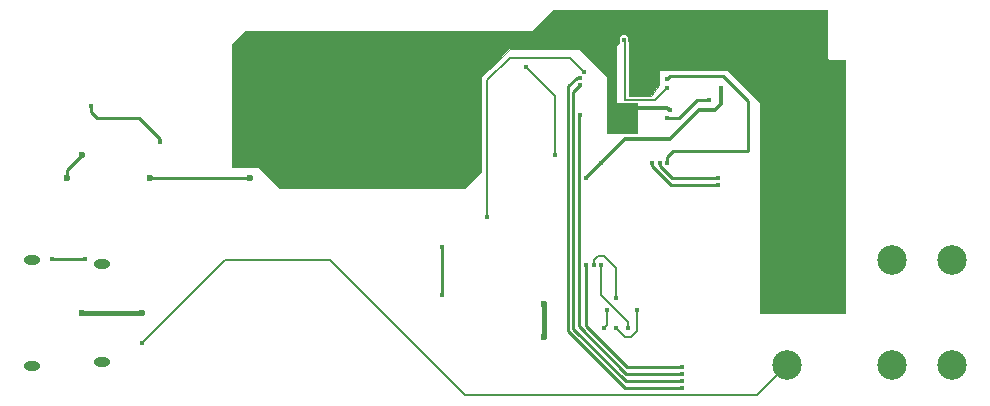
<source format=gbr>
G04 #@! TF.GenerationSoftware,KiCad,Pcbnew,(5.1.2)-1*
G04 #@! TF.CreationDate,2019-05-23T18:27:22+02:00*
G04 #@! TF.ProjectId,2018-03-08 Intercourse 01,32303138-2d30-4332-9d30-3820496e7465,rev?*
G04 #@! TF.SameCoordinates,Original*
G04 #@! TF.FileFunction,Copper,L2,Bot*
G04 #@! TF.FilePolarity,Positive*
%FSLAX46Y46*%
G04 Gerber Fmt 4.6, Leading zero omitted, Abs format (unit mm)*
G04 Created by KiCad (PCBNEW (5.1.2)-1) date 2019-05-23 18:27:22*
%MOMM*%
%LPD*%
G04 APERTURE LIST*
%ADD10C,0.381000*%
%ADD11O,1.400000X0.800000*%
%ADD12C,2.500000*%
%ADD13C,0.600000*%
%ADD14C,0.400000*%
%ADD15C,0.250000*%
%ADD16C,0.400000*%
%ADD17C,0.300000*%
%ADD18C,0.160000*%
%ADD19C,0.025400*%
G04 APERTURE END LIST*
D10*
X180975000Y-85979000D03*
D11*
X118535000Y-97470000D03*
X118535000Y-105730000D03*
X112585000Y-106090000D03*
X112585000Y-97110000D03*
D12*
X176530000Y-106045000D03*
X185420000Y-97155000D03*
X185420000Y-106045000D03*
X190500000Y-106045000D03*
X190500000Y-97155000D03*
X176530000Y-97155000D03*
D13*
X116840000Y-88265000D03*
X115570000Y-90170000D03*
X161697500Y-85952500D03*
X163422500Y-85952500D03*
X163422500Y-84227500D03*
X161697500Y-84227500D03*
X155956000Y-103632000D03*
X155956000Y-100838000D03*
X121920000Y-101600000D03*
X116840000Y-101600000D03*
D14*
X166624000Y-84455000D03*
X161544000Y-78486000D03*
D13*
X179070000Y-77089000D03*
D14*
X159512000Y-90170000D03*
X160782000Y-88900000D03*
X170942000Y-82550000D03*
X147320000Y-96012090D03*
D13*
X131064000Y-90170000D03*
D14*
X147320000Y-100076000D03*
D13*
X122555000Y-90170000D03*
D14*
X169926000Y-83566000D03*
X166370000Y-85090000D03*
X166370000Y-88900000D03*
X166370000Y-81788000D03*
X117602000Y-84074000D03*
X123444000Y-87122000D03*
X117094000Y-97028000D03*
X114300000Y-97028000D03*
X170688000Y-90170000D03*
X165769997Y-88900000D03*
X170688000Y-90770003D03*
X165100000Y-88900000D03*
X154432000Y-80772000D03*
X156863761Y-88259937D03*
X159371432Y-81201536D03*
X151130000Y-93472000D03*
X166370000Y-82550000D03*
X162687000Y-78486000D03*
X159004118Y-81695977D03*
X167640000Y-107972069D03*
X159004000Y-82295978D03*
X167640000Y-107372056D03*
X167640000Y-106772043D03*
X159004000Y-84836000D03*
X167640000Y-106171936D03*
X159512000Y-97536000D03*
X161290000Y-101346000D03*
X161036000Y-102870000D03*
X163830000Y-101346000D03*
X162052000Y-102870000D03*
X163068000Y-102870000D03*
X160782000Y-97536000D03*
X162052000Y-100330000D03*
X160181997Y-97536000D03*
X121920000Y-104140000D03*
D15*
X115570000Y-89535000D02*
X115570000Y-90170000D01*
X115570000Y-89535000D02*
X116840000Y-88265000D01*
D16*
X161697500Y-84227500D02*
X161697500Y-79094426D01*
X176403000Y-97155000D02*
X176530000Y-97155000D01*
X161697500Y-84227500D02*
X163422500Y-84227500D01*
X161697500Y-85952500D02*
X163422500Y-85952500D01*
X155956000Y-100838000D02*
X155956000Y-103632000D01*
X116840000Y-101600000D02*
X121920000Y-101600000D01*
X161697500Y-84227500D02*
X161697500Y-85952500D01*
X163422500Y-84227500D02*
X163422500Y-85952500D01*
D17*
X166396500Y-84227500D02*
X163422500Y-84227500D01*
X166624000Y-84455000D02*
X166396500Y-84227500D01*
X161697500Y-79094426D02*
X161697500Y-78639500D01*
X161697500Y-78639500D02*
X161544000Y-78486000D01*
D16*
X161544000Y-78486000D02*
X161544000Y-77724000D01*
X161544000Y-77724000D02*
X162052000Y-77216000D01*
X162052000Y-77216000D02*
X172212000Y-77216000D01*
X172212000Y-77216000D02*
X180975000Y-85979000D01*
D17*
X160782000Y-88900000D02*
X159512000Y-90170000D01*
X160782000Y-88900000D02*
X160981999Y-88700001D01*
X160981999Y-88700001D02*
X162814000Y-86868000D01*
X162814000Y-86868000D02*
X166624000Y-86868000D01*
X166624000Y-86868000D02*
X169037000Y-84455000D01*
X169037000Y-84455000D02*
X170434000Y-84455000D01*
X170434000Y-84455000D02*
X170942000Y-83947000D01*
X170942000Y-83947000D02*
X170942000Y-82550000D01*
D15*
X147320000Y-100076000D02*
X147320000Y-96012090D01*
X122555000Y-90170000D02*
X131064000Y-90170000D01*
X166370000Y-85090000D02*
X167386000Y-85090000D01*
X167386000Y-85090000D02*
X168910000Y-83566000D01*
X168910000Y-83566000D02*
X169926000Y-83566000D01*
X166370000Y-81788000D02*
X166624000Y-81534000D01*
X166624000Y-81534000D02*
X171069000Y-81534000D01*
X171069000Y-81534000D02*
X173228000Y-83693000D01*
X173228000Y-83693000D02*
X173228000Y-87884000D01*
X166370000Y-88646000D02*
X166370000Y-88900000D01*
X173228000Y-87884000D02*
X166878000Y-87884000D01*
X166878000Y-87884000D02*
X166370000Y-88392000D01*
X166370000Y-88392000D02*
X166370000Y-88646000D01*
X123444000Y-87122000D02*
X123444000Y-86868000D01*
X123444000Y-86868000D02*
X121666000Y-85090000D01*
X121666000Y-85090000D02*
X118110000Y-85090000D01*
X118110000Y-85090000D02*
X117602000Y-84582000D01*
X117602000Y-84582000D02*
X117602000Y-84074000D01*
X114300000Y-97028000D02*
X117094000Y-97028000D01*
X165769997Y-88900000D02*
X165769997Y-89182842D01*
X165769997Y-89182842D02*
X166757155Y-90170000D01*
X166757155Y-90170000D02*
X170688000Y-90170000D01*
X165100000Y-88900000D02*
X165100000Y-89182842D01*
X165100000Y-89182842D02*
X166687161Y-90770003D01*
X166687161Y-90770003D02*
X170688000Y-90770003D01*
D18*
X154631999Y-80971999D02*
X154432000Y-80772000D01*
X156863761Y-83203761D02*
X154631999Y-80971999D01*
X156863761Y-88259937D02*
X156863761Y-83203761D01*
X158179896Y-80010000D02*
X159171433Y-81001537D01*
X151130000Y-93472000D02*
X151130000Y-81915000D01*
X153035000Y-80010000D02*
X158179896Y-80010000D01*
X159171433Y-81001537D02*
X159371432Y-81201536D01*
X151130000Y-81915000D02*
X153035000Y-80010000D01*
X165354000Y-83566000D02*
X166370000Y-82550000D01*
X162814000Y-83566000D02*
X165354000Y-83566000D01*
X162814000Y-83566000D02*
X162814000Y-78613000D01*
X162814000Y-78613000D02*
X162687000Y-78486000D01*
D15*
X157988000Y-103124001D02*
X157988000Y-82429253D01*
X162836069Y-107972069D02*
X157988000Y-103124001D01*
X167640000Y-107972069D02*
X162836069Y-107972069D01*
X158721276Y-81695977D02*
X159004118Y-81695977D01*
X157988000Y-82429253D02*
X158721276Y-81695977D01*
X167640000Y-107372056D02*
X162872466Y-107372056D01*
X162872466Y-107372056D02*
X158438011Y-102937601D01*
X158438011Y-102937601D02*
X158438011Y-82861967D01*
X158438011Y-82861967D02*
X158804001Y-82495977D01*
X158804001Y-82495977D02*
X159004000Y-82295978D01*
X159004000Y-84836000D02*
X158888022Y-84951978D01*
X158888022Y-102751202D02*
X162908863Y-106772043D01*
X162908863Y-106772043D02*
X167357158Y-106772043D01*
X158888022Y-84951978D02*
X158888022Y-102751202D01*
X167357158Y-106772043D02*
X167640000Y-106772043D01*
X167357158Y-106171936D02*
X167640000Y-106171936D01*
X162945166Y-106171936D02*
X167357158Y-106171936D01*
X159512000Y-102738770D02*
X162945166Y-106171936D01*
X159512000Y-97536000D02*
X159512000Y-102738770D01*
D18*
X161290000Y-102616000D02*
X161290000Y-101628842D01*
X161036000Y-102870000D02*
X161290000Y-102616000D01*
X161290000Y-101628842D02*
X161290000Y-101346000D01*
X163830000Y-103124000D02*
X163830000Y-101628842D01*
X163345205Y-103608795D02*
X163830000Y-103124000D01*
X162052000Y-102870000D02*
X162790795Y-103608795D01*
X163830000Y-101628842D02*
X163830000Y-101346000D01*
X162790795Y-103608795D02*
X163345205Y-103608795D01*
X163068000Y-102587158D02*
X163068000Y-102870000D01*
X160782000Y-100076000D02*
X163068000Y-102362000D01*
X160782000Y-97536000D02*
X160782000Y-100076000D01*
X163068000Y-102362000D02*
X163068000Y-102587158D01*
X160181997Y-97536000D02*
X160181997Y-97120003D01*
X160528000Y-96774000D02*
X161036000Y-96774000D01*
X160181997Y-97120003D02*
X160528000Y-96774000D01*
X161036000Y-96774000D02*
X162052000Y-97790000D01*
X162052000Y-97790000D02*
X162052000Y-100330000D01*
X121920000Y-104140000D02*
X128905000Y-97155000D01*
X128905000Y-97155000D02*
X137795000Y-97155000D01*
X137795000Y-97155000D02*
X149225000Y-108585000D01*
X149225000Y-108585000D02*
X173990000Y-108585000D01*
X173990000Y-108585000D02*
X176530000Y-106045000D01*
D19*
G36*
X179946300Y-80137000D02*
G01*
X179946544Y-80139478D01*
X179947267Y-80141860D01*
X179948440Y-80144056D01*
X179950020Y-80145980D01*
X179951944Y-80147560D01*
X179954140Y-80148733D01*
X179956522Y-80149456D01*
X179959000Y-80149700D01*
X181470300Y-80149700D01*
X181470300Y-101587300D01*
X174256700Y-101587300D01*
X174256700Y-83820000D01*
X174256456Y-83817522D01*
X174255733Y-83815140D01*
X174254560Y-83812944D01*
X174252980Y-83811020D01*
X171458980Y-81017020D01*
X171457056Y-81015440D01*
X171454860Y-81014267D01*
X171452478Y-81013544D01*
X171450000Y-81013300D01*
X165735000Y-81013300D01*
X165732522Y-81013544D01*
X165730140Y-81014267D01*
X165727944Y-81015440D01*
X165726020Y-81017020D01*
X165724440Y-81018944D01*
X165723267Y-81021140D01*
X165722544Y-81023522D01*
X165722300Y-81026000D01*
X165722300Y-82291767D01*
X164986150Y-83273300D01*
X163106700Y-83273300D01*
X163106700Y-78627367D01*
X163108115Y-78612999D01*
X163106700Y-78598631D01*
X163106700Y-78598622D01*
X163102465Y-78555621D01*
X163097314Y-78538641D01*
X163099700Y-78526647D01*
X163099700Y-78445353D01*
X163083840Y-78365620D01*
X163080700Y-78358039D01*
X163080700Y-78232000D01*
X163080456Y-78229522D01*
X163079733Y-78227140D01*
X163078560Y-78224944D01*
X163076980Y-78223020D01*
X162822980Y-77969020D01*
X162821056Y-77967440D01*
X162818860Y-77966267D01*
X162816478Y-77965544D01*
X162814000Y-77965300D01*
X162560000Y-77965300D01*
X162557522Y-77965544D01*
X162555140Y-77966267D01*
X162552944Y-77967440D01*
X162551020Y-77969020D01*
X162297020Y-78223020D01*
X162295440Y-78224944D01*
X162294267Y-78227140D01*
X162293544Y-78229522D01*
X162293300Y-78232000D01*
X162293300Y-78358039D01*
X162290160Y-78365620D01*
X162274300Y-78445353D01*
X162274300Y-78526647D01*
X162290160Y-78606380D01*
X162293300Y-78613961D01*
X162293300Y-78734740D01*
X162043020Y-78985020D01*
X162041440Y-78986944D01*
X162040267Y-78989140D01*
X162039544Y-78991522D01*
X162039300Y-78994000D01*
X162039300Y-83820000D01*
X162039544Y-83822478D01*
X162040267Y-83824860D01*
X162041440Y-83827056D01*
X162043020Y-83828980D01*
X162044944Y-83830560D01*
X162047140Y-83831733D01*
X162049522Y-83832456D01*
X162052000Y-83832700D01*
X162692040Y-83832700D01*
X162701447Y-83837728D01*
X162756621Y-83854465D01*
X162814000Y-83860116D01*
X162828377Y-83858700D01*
X163817300Y-83858700D01*
X163817300Y-86347300D01*
X161302700Y-86347300D01*
X161302700Y-81661000D01*
X161302456Y-81658522D01*
X161301733Y-81656140D01*
X161300560Y-81653944D01*
X161298980Y-81652020D01*
X158885980Y-79239020D01*
X158884056Y-79237440D01*
X158881860Y-79236267D01*
X158879478Y-79235544D01*
X158877000Y-79235300D01*
X153035000Y-79235300D01*
X153032522Y-79235544D01*
X153030140Y-79236267D01*
X153027944Y-79237440D01*
X153026020Y-79239020D01*
X150613020Y-81652020D01*
X150611440Y-81653944D01*
X150610267Y-81656140D01*
X150609544Y-81658522D01*
X150609300Y-81661000D01*
X150609300Y-89656740D01*
X149219740Y-91046300D01*
X133482260Y-91046300D01*
X131707980Y-89272020D01*
X131706056Y-89270440D01*
X131703860Y-89269267D01*
X131701478Y-89268544D01*
X131699000Y-89268300D01*
X129552700Y-89268300D01*
X129552700Y-78872260D01*
X130688260Y-77736700D01*
X154940000Y-77736700D01*
X154942478Y-77736456D01*
X154944860Y-77735733D01*
X154947056Y-77734560D01*
X154948980Y-77732980D01*
X156723260Y-75958700D01*
X179946300Y-75958700D01*
X179946300Y-80137000D01*
X179946300Y-80137000D01*
G37*
X179946300Y-80137000D02*
X179946544Y-80139478D01*
X179947267Y-80141860D01*
X179948440Y-80144056D01*
X179950020Y-80145980D01*
X179951944Y-80147560D01*
X179954140Y-80148733D01*
X179956522Y-80149456D01*
X179959000Y-80149700D01*
X181470300Y-80149700D01*
X181470300Y-101587300D01*
X174256700Y-101587300D01*
X174256700Y-83820000D01*
X174256456Y-83817522D01*
X174255733Y-83815140D01*
X174254560Y-83812944D01*
X174252980Y-83811020D01*
X171458980Y-81017020D01*
X171457056Y-81015440D01*
X171454860Y-81014267D01*
X171452478Y-81013544D01*
X171450000Y-81013300D01*
X165735000Y-81013300D01*
X165732522Y-81013544D01*
X165730140Y-81014267D01*
X165727944Y-81015440D01*
X165726020Y-81017020D01*
X165724440Y-81018944D01*
X165723267Y-81021140D01*
X165722544Y-81023522D01*
X165722300Y-81026000D01*
X165722300Y-82291767D01*
X164986150Y-83273300D01*
X163106700Y-83273300D01*
X163106700Y-78627367D01*
X163108115Y-78612999D01*
X163106700Y-78598631D01*
X163106700Y-78598622D01*
X163102465Y-78555621D01*
X163097314Y-78538641D01*
X163099700Y-78526647D01*
X163099700Y-78445353D01*
X163083840Y-78365620D01*
X163080700Y-78358039D01*
X163080700Y-78232000D01*
X163080456Y-78229522D01*
X163079733Y-78227140D01*
X163078560Y-78224944D01*
X163076980Y-78223020D01*
X162822980Y-77969020D01*
X162821056Y-77967440D01*
X162818860Y-77966267D01*
X162816478Y-77965544D01*
X162814000Y-77965300D01*
X162560000Y-77965300D01*
X162557522Y-77965544D01*
X162555140Y-77966267D01*
X162552944Y-77967440D01*
X162551020Y-77969020D01*
X162297020Y-78223020D01*
X162295440Y-78224944D01*
X162294267Y-78227140D01*
X162293544Y-78229522D01*
X162293300Y-78232000D01*
X162293300Y-78358039D01*
X162290160Y-78365620D01*
X162274300Y-78445353D01*
X162274300Y-78526647D01*
X162290160Y-78606380D01*
X162293300Y-78613961D01*
X162293300Y-78734740D01*
X162043020Y-78985020D01*
X162041440Y-78986944D01*
X162040267Y-78989140D01*
X162039544Y-78991522D01*
X162039300Y-78994000D01*
X162039300Y-83820000D01*
X162039544Y-83822478D01*
X162040267Y-83824860D01*
X162041440Y-83827056D01*
X162043020Y-83828980D01*
X162044944Y-83830560D01*
X162047140Y-83831733D01*
X162049522Y-83832456D01*
X162052000Y-83832700D01*
X162692040Y-83832700D01*
X162701447Y-83837728D01*
X162756621Y-83854465D01*
X162814000Y-83860116D01*
X162828377Y-83858700D01*
X163817300Y-83858700D01*
X163817300Y-86347300D01*
X161302700Y-86347300D01*
X161302700Y-81661000D01*
X161302456Y-81658522D01*
X161301733Y-81656140D01*
X161300560Y-81653944D01*
X161298980Y-81652020D01*
X158885980Y-79239020D01*
X158884056Y-79237440D01*
X158881860Y-79236267D01*
X158879478Y-79235544D01*
X158877000Y-79235300D01*
X153035000Y-79235300D01*
X153032522Y-79235544D01*
X153030140Y-79236267D01*
X153027944Y-79237440D01*
X153026020Y-79239020D01*
X150613020Y-81652020D01*
X150611440Y-81653944D01*
X150610267Y-81656140D01*
X150609544Y-81658522D01*
X150609300Y-81661000D01*
X150609300Y-89656740D01*
X149219740Y-91046300D01*
X133482260Y-91046300D01*
X131707980Y-89272020D01*
X131706056Y-89270440D01*
X131703860Y-89269267D01*
X131701478Y-89268544D01*
X131699000Y-89268300D01*
X129552700Y-89268300D01*
X129552700Y-78872260D01*
X130688260Y-77736700D01*
X154940000Y-77736700D01*
X154942478Y-77736456D01*
X154944860Y-77735733D01*
X154947056Y-77734560D01*
X154948980Y-77732980D01*
X156723260Y-75958700D01*
X179946300Y-75958700D01*
X179946300Y-80137000D01*
M02*

</source>
